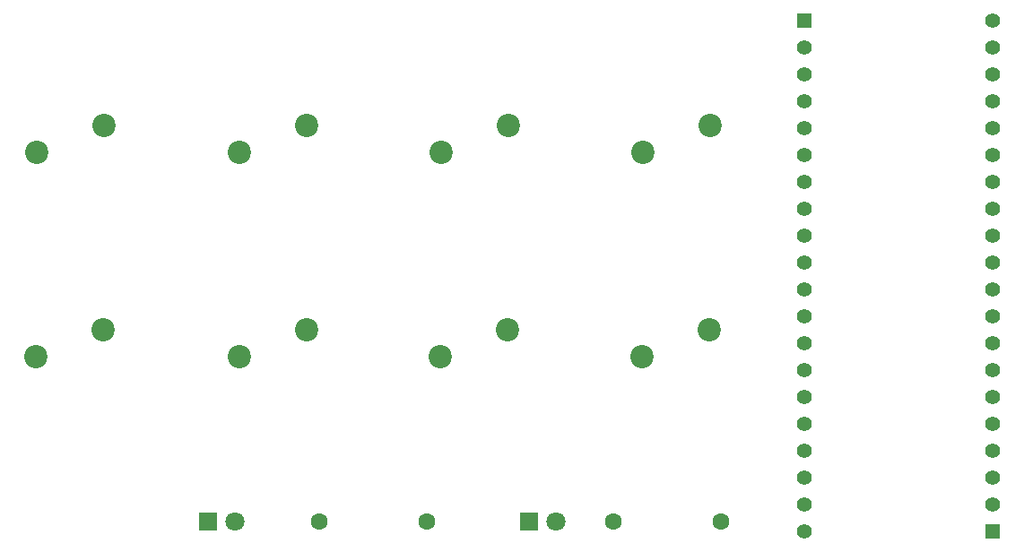
<source format=gbl>
G04 #@! TF.GenerationSoftware,KiCad,Pcbnew,9.0.4*
G04 #@! TF.CreationDate,2025-09-21T00:28:26-07:00*
G04 #@! TF.ProjectId,Macro_Pad,4d616372-6f5f-4506-9164-2e6b69636164,rev?*
G04 #@! TF.SameCoordinates,Original*
G04 #@! TF.FileFunction,Copper,L2,Bot*
G04 #@! TF.FilePolarity,Positive*
%FSLAX46Y46*%
G04 Gerber Fmt 4.6, Leading zero omitted, Abs format (unit mm)*
G04 Created by KiCad (PCBNEW 9.0.4) date 2025-09-21 00:28:26*
%MOMM*%
%LPD*%
G01*
G04 APERTURE LIST*
G04 #@! TA.AperFunction,ComponentPad*
%ADD10R,1.390000X1.390000*%
G04 #@! TD*
G04 #@! TA.AperFunction,ComponentPad*
%ADD11C,1.390000*%
G04 #@! TD*
G04 #@! TA.AperFunction,ComponentPad*
%ADD12C,1.600000*%
G04 #@! TD*
G04 #@! TA.AperFunction,ComponentPad*
%ADD13C,2.200000*%
G04 #@! TD*
G04 #@! TA.AperFunction,ComponentPad*
%ADD14R,1.800000X1.800000*%
G04 #@! TD*
G04 #@! TA.AperFunction,ComponentPad*
%ADD15C,1.800000*%
G04 #@! TD*
G04 APERTURE END LIST*
D10*
X185000000Y-89960000D03*
D11*
X185000000Y-92500000D03*
X185000000Y-95040000D03*
X185000000Y-97580000D03*
X185000000Y-100120000D03*
X185000000Y-102660000D03*
X185000000Y-105200000D03*
X185000000Y-107740000D03*
X185000000Y-110280000D03*
X185000000Y-112820000D03*
X185000000Y-115360000D03*
X185000000Y-117900000D03*
X185000000Y-120440000D03*
X185000000Y-122980000D03*
X185000000Y-125520000D03*
X185000000Y-128060000D03*
X185000000Y-130600000D03*
X185000000Y-133140000D03*
X185000000Y-135680000D03*
X185000000Y-138220000D03*
D12*
X177080000Y-137250000D03*
X166920000Y-137250000D03*
D10*
X202750000Y-138210000D03*
D11*
X202750000Y-135670000D03*
X202750000Y-133130000D03*
X202750000Y-130590000D03*
X202750000Y-128050000D03*
X202750000Y-125510000D03*
X202750000Y-122970000D03*
X202750000Y-120430000D03*
X202750000Y-117890000D03*
X202750000Y-115350000D03*
X202750000Y-112810000D03*
X202750000Y-110270000D03*
X202750000Y-107730000D03*
X202750000Y-105190000D03*
X202750000Y-102650000D03*
X202750000Y-100110000D03*
X202750000Y-97570000D03*
X202750000Y-95030000D03*
X202750000Y-92490000D03*
X202750000Y-89950000D03*
D13*
X156980000Y-119200000D03*
X150630000Y-121740000D03*
D12*
X149330000Y-137250000D03*
X139170000Y-137250000D03*
D13*
X118800000Y-119200000D03*
X112450000Y-121740000D03*
D14*
X128730000Y-137250000D03*
D15*
X131270000Y-137250000D03*
D13*
X176100000Y-99820000D03*
X169750000Y-102360000D03*
X118860000Y-99820000D03*
X112510000Y-102360000D03*
X138000000Y-99820000D03*
X131650000Y-102360000D03*
D14*
X158980000Y-137250000D03*
D15*
X161520000Y-137250000D03*
D13*
X137980000Y-119200000D03*
X131630000Y-121740000D03*
X157040000Y-99820000D03*
X150690000Y-102360000D03*
X176000000Y-119200000D03*
X169650000Y-121740000D03*
M02*

</source>
